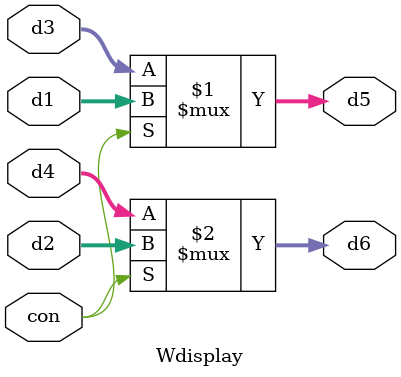
<source format=v>
`timescale 1ns / 1ps


module Wdisplay(
input [3:0]d1,
input [3:0]d2,
input [3:0]d3,
input [3:0]d4,
input con,
output [3:0]d5,
output [3:0]d6
    );
 assign d5 = (con) ? d1:d3;
 assign d6 = (con) ? d2:d4;
endmodule

</source>
